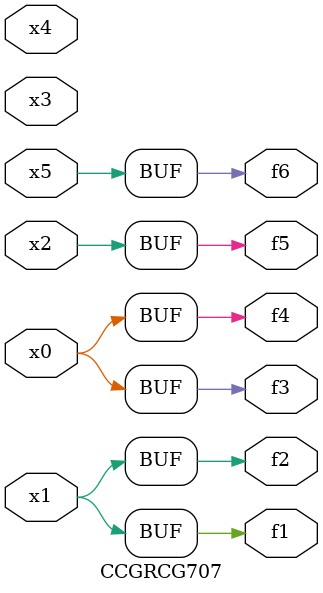
<source format=v>
module CCGRCG707(
	input x0, x1, x2, x3, x4, x5,
	output f1, f2, f3, f4, f5, f6
);
	assign f1 = x1;
	assign f2 = x1;
	assign f3 = x0;
	assign f4 = x0;
	assign f5 = x2;
	assign f6 = x5;
endmodule

</source>
